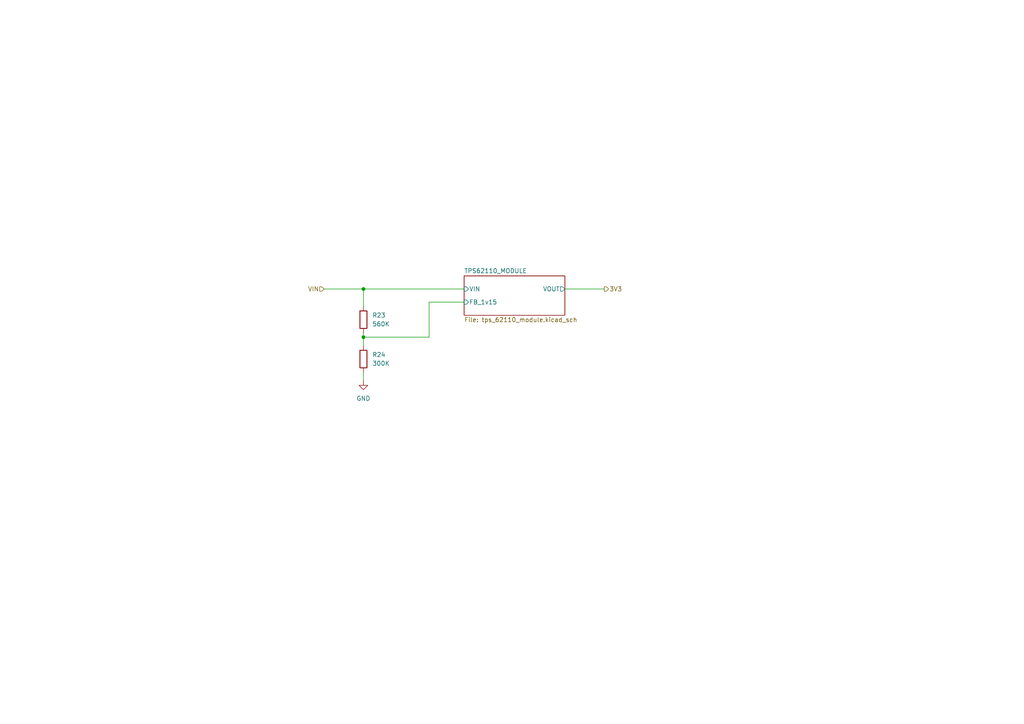
<source format=kicad_sch>
(kicad_sch (version 20211123) (generator eeschema)
  (paper "A4")
  (lib_symbols
    (symbol "Device:R" (pin_numbers hide) (pin_names (offset 0))
      (property "Reference" "R" (at 2.032 0 90))
      (property "Value" "R" (at 0 0 90))
      (symbol "R_0_1"
        (rectangle (start -1.016 -2.54) (end 1.016 2.54) (stroke (width 0.254)))
      )
      (symbol "R_1_1"
        (pin passive line (at 0 3.81 270) (length 1.27) (name "~") (number "1"))
        (pin passive line (at 0 -3.81 90) (length 1.27) (name "~") (number "2"))
      )
    )
    (symbol "power:GND" (power) (pin_names (offset 0))
      (property "Value" "GND" (at 0 -3.81 0))
      (symbol "GND_0_1"
        (polyline (pts (xy 0 0) (xy 0 -1.27) (xy 1.27 -1.27) (xy 0 -2.54) (xy -1.27 -1.27) (xy 0 -1.27)))
      )
      (symbol "GND_1_1"
        (pin power_in line (at 0 0 270) (length 0) hide (name "GND") (number "1"))
      )
    )
  )
  (junction (at 105.41 83.82))
  (junction (at 105.41 97.79))
  (wire (pts (xy 105.41 97.79) (xy 124.46 97.79)))
  (wire (pts (xy 124.46 97.79) (xy 124.46 87.63)))
  (wire (pts (xy 93.98 83.82) (xy 105.41 83.82)))
  (wire (pts (xy 105.41 97.79) (xy 105.41 100.33)))
  (wire (pts (xy 163.83 83.82) (xy 175.26 83.82)))
  (wire (pts (xy 124.46 87.63) (xy 134.62 87.63)))
  (wire (pts (xy 105.41 110.49) (xy 105.41 107.95)))
  (wire (pts (xy 105.41 88.9) (xy 105.41 83.82)))
  (wire (pts (xy 105.41 83.82) (xy 134.62 83.82)))
  (wire (pts (xy 105.41 96.52) (xy 105.41 97.79)))
  (hierarchical_label "3V3" (shape output) (at 175.26 83.82 0))
  (hierarchical_label "VIN" (shape input) (at 93.98 83.82 180))
  (symbol (lib_id "Device:R") (at 105.41 92.71 0) (unit 1)
    (property "Reference" "R23" (at 107.95 91.4399 0) (effects (justify left)))
    (property "Value" "560K" (at 107.95 93.9799 0) (effects (justify left)))
    (property "Footprint" "Resistor_SMD:R_1206_3216Metric" (effects hide))
  )
  (symbol (lib_id "Device:R") (at 105.41 104.14 0) (unit 1)
    (property "Reference" "R24" (at 107.95 102.8699 0) (effects (justify left)))
    (property "Value" "300K" (at 107.95 105.4099 0) (effects (justify left)))
    (property "Footprint" "Resistor_SMD:R_1206_3216Metric" (effects hide))
  )
  (symbol (lib_id "power:GND") (at 105.41 110.49 0) (unit 1)
    (property "Reference" "#PWR049" (effects hide))
    (property "Value" "GND" (at 105.41 115.57 0))
  )
  (sheet (at 134.62 80.01) (size 29.21 11.43) (stroke (width 0.1524))
    (property "Sheet name" "TPS62110_MODULE" (at 134.62 79.2984 0) (effects (justify left bottom)))
    (property "Sheet file" "tps_62110_module.kicad_sch" (at 134.62 92.0246 0) (effects (justify left top)))
    (pin "VIN" input (at 134.62 83.82 180))
    (pin "VOUT" output (at 163.83 83.82 0))
    (pin "FB_1v15" input (at 134.62 87.63 180))
  )
)
</source>
